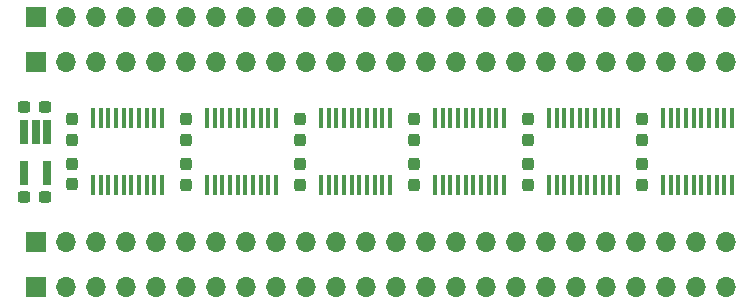
<source format=gbr>
%TF.GenerationSoftware,KiCad,Pcbnew,7.0.2*%
%TF.CreationDate,2023-07-04T13:12:25+09:00*%
%TF.ProjectId,TangNano9K5V,54616e67-4e61-46e6-9f39-4b35562e6b69,rev?*%
%TF.SameCoordinates,Original*%
%TF.FileFunction,Soldermask,Top*%
%TF.FilePolarity,Negative*%
%FSLAX46Y46*%
G04 Gerber Fmt 4.6, Leading zero omitted, Abs format (unit mm)*
G04 Created by KiCad (PCBNEW 7.0.2) date 2023-07-04 13:12:25*
%MOMM*%
%LPD*%
G01*
G04 APERTURE LIST*
G04 Aperture macros list*
%AMRoundRect*
0 Rectangle with rounded corners*
0 $1 Rounding radius*
0 $2 $3 $4 $5 $6 $7 $8 $9 X,Y pos of 4 corners*
0 Add a 4 corners polygon primitive as box body*
4,1,4,$2,$3,$4,$5,$6,$7,$8,$9,$2,$3,0*
0 Add four circle primitives for the rounded corners*
1,1,$1+$1,$2,$3*
1,1,$1+$1,$4,$5*
1,1,$1+$1,$6,$7*
1,1,$1+$1,$8,$9*
0 Add four rect primitives between the rounded corners*
20,1,$1+$1,$2,$3,$4,$5,0*
20,1,$1+$1,$4,$5,$6,$7,0*
20,1,$1+$1,$6,$7,$8,$9,0*
20,1,$1+$1,$8,$9,$2,$3,0*%
G04 Aperture macros list end*
%ADD10RoundRect,0.237500X0.237500X-0.300000X0.237500X0.300000X-0.237500X0.300000X-0.237500X-0.300000X0*%
%ADD11R,0.355600X1.676400*%
%ADD12R,1.700000X1.700000*%
%ADD13O,1.700000X1.700000*%
%ADD14RoundRect,0.237500X-0.237500X0.300000X-0.237500X-0.300000X0.237500X-0.300000X0.237500X0.300000X0*%
%ADD15RoundRect,0.237500X0.300000X0.237500X-0.300000X0.237500X-0.300000X-0.237500X0.300000X-0.237500X0*%
%ADD16R,0.650000X2.000000*%
G04 APERTURE END LIST*
D10*
%TO.C,C3*%
X5588000Y-16711000D03*
X5588000Y-14986000D03*
%TD*%
D11*
%TO.C,U6*%
X55596001Y-16764000D03*
X56246002Y-16764000D03*
X56896000Y-16764000D03*
X57546002Y-16764000D03*
X58196000Y-16764000D03*
X58845999Y-16764000D03*
X59496000Y-16764000D03*
X60145999Y-16764000D03*
X60796000Y-16764000D03*
X61445999Y-16764000D03*
X61446001Y-11125200D03*
X60796003Y-11125200D03*
X60146002Y-11125200D03*
X59496003Y-11125200D03*
X58846002Y-11125200D03*
X58196003Y-11125200D03*
X57546002Y-11125200D03*
X56896003Y-11125200D03*
X56246002Y-11125200D03*
X55596003Y-11125200D03*
%TD*%
D12*
%TO.C,J2*%
X2540000Y-2540000D03*
D13*
X5080000Y-2540000D03*
X7620000Y-2540000D03*
X10160000Y-2540000D03*
X12700000Y-2540000D03*
X15240000Y-2540000D03*
X17780000Y-2540000D03*
X20320000Y-2540000D03*
X22860000Y-2540000D03*
X25400000Y-2540000D03*
X27940000Y-2540000D03*
X30480000Y-2540000D03*
X33020000Y-2540000D03*
X35560000Y-2540000D03*
X38100000Y-2540000D03*
X40640000Y-2540000D03*
X43180000Y-2540000D03*
X45720000Y-2540000D03*
X48260000Y-2540000D03*
X50800000Y-2540000D03*
X53340000Y-2540000D03*
X55880000Y-2540000D03*
X58420000Y-2540000D03*
X60960000Y-2540000D03*
%TD*%
D14*
%TO.C,C14*%
X53848000Y-11229000D03*
X53848000Y-12954000D03*
%TD*%
D10*
%TO.C,C9*%
X34544000Y-16764000D03*
X34544000Y-15039000D03*
%TD*%
%TO.C,C11*%
X44196000Y-16764000D03*
X44196000Y-15039000D03*
%TD*%
%TO.C,C7*%
X24892000Y-16764000D03*
X24892000Y-15039000D03*
%TD*%
%TO.C,C5*%
X15240000Y-16764000D03*
X15240000Y-15039000D03*
%TD*%
D14*
%TO.C,C12*%
X44196000Y-11229000D03*
X44196000Y-12954000D03*
%TD*%
D15*
%TO.C,C1*%
X3249000Y-10160000D03*
X1524000Y-10160000D03*
%TD*%
D14*
%TO.C,C8*%
X24892000Y-11229000D03*
X24892000Y-12954000D03*
%TD*%
%TO.C,C10*%
X34544000Y-11229000D03*
X34544000Y-12954000D03*
%TD*%
D15*
%TO.C,C2*%
X3249000Y-17780000D03*
X1524000Y-17780000D03*
%TD*%
D14*
%TO.C,C6*%
X15240000Y-11229000D03*
X15240000Y-12954000D03*
%TD*%
D11*
%TO.C,U1*%
X7336001Y-16764000D03*
X7986002Y-16764000D03*
X8636000Y-16764000D03*
X9286002Y-16764000D03*
X9936000Y-16764000D03*
X10585999Y-16764000D03*
X11236000Y-16764000D03*
X11885999Y-16764000D03*
X12536000Y-16764000D03*
X13185999Y-16764000D03*
X13186001Y-11125200D03*
X12536003Y-11125200D03*
X11886002Y-11125200D03*
X11236003Y-11125200D03*
X10586002Y-11125200D03*
X9936003Y-11125200D03*
X9286002Y-11125200D03*
X8636003Y-11125200D03*
X7986002Y-11125200D03*
X7336003Y-11125200D03*
%TD*%
%TO.C,U4*%
X36292001Y-16764000D03*
X36942002Y-16764000D03*
X37592000Y-16764000D03*
X38242002Y-16764000D03*
X38892000Y-16764000D03*
X39541999Y-16764000D03*
X40192000Y-16764000D03*
X40841999Y-16764000D03*
X41492000Y-16764000D03*
X42141999Y-16764000D03*
X42142001Y-11125200D03*
X41492003Y-11125200D03*
X40842002Y-11125200D03*
X40192003Y-11125200D03*
X39542002Y-11125200D03*
X38892003Y-11125200D03*
X38242002Y-11125200D03*
X37592003Y-11125200D03*
X36942002Y-11125200D03*
X36292003Y-11125200D03*
%TD*%
%TO.C,U5*%
X45944001Y-16764000D03*
X46594002Y-16764000D03*
X47244000Y-16764000D03*
X47894002Y-16764000D03*
X48544000Y-16764000D03*
X49193999Y-16764000D03*
X49844000Y-16764000D03*
X50493999Y-16764000D03*
X51144000Y-16764000D03*
X51793999Y-16764000D03*
X51794001Y-11125200D03*
X51144003Y-11125200D03*
X50494002Y-11125200D03*
X49844003Y-11125200D03*
X49194002Y-11125200D03*
X48544003Y-11125200D03*
X47894002Y-11125200D03*
X47244003Y-11125200D03*
X46594002Y-11125200D03*
X45944003Y-11125200D03*
%TD*%
D14*
%TO.C,C4*%
X5588000Y-11229000D03*
X5588000Y-12954000D03*
%TD*%
D16*
%TO.C,PS1*%
X3424000Y-12328000D03*
X2474000Y-12328000D03*
X1524000Y-12328000D03*
X1524000Y-15748000D03*
X3424000Y-15748000D03*
%TD*%
D11*
%TO.C,U2*%
X16988001Y-16764000D03*
X17638002Y-16764000D03*
X18288000Y-16764000D03*
X18938002Y-16764000D03*
X19588000Y-16764000D03*
X20237999Y-16764000D03*
X20888000Y-16764000D03*
X21537999Y-16764000D03*
X22188000Y-16764000D03*
X22837999Y-16764000D03*
X22838001Y-11125200D03*
X22188003Y-11125200D03*
X21538002Y-11125200D03*
X20888003Y-11125200D03*
X20238002Y-11125200D03*
X19588003Y-11125200D03*
X18938002Y-11125200D03*
X18288003Y-11125200D03*
X17638002Y-11125200D03*
X16988003Y-11125200D03*
%TD*%
%TO.C,U3*%
X26640001Y-16764000D03*
X27290002Y-16764000D03*
X27940000Y-16764000D03*
X28590002Y-16764000D03*
X29240000Y-16764000D03*
X29889999Y-16764000D03*
X30540000Y-16764000D03*
X31189999Y-16764000D03*
X31840000Y-16764000D03*
X32489999Y-16764000D03*
X32490001Y-11125200D03*
X31840003Y-11125200D03*
X31190002Y-11125200D03*
X30540003Y-11125200D03*
X29890002Y-11125200D03*
X29240003Y-11125200D03*
X28590002Y-11125200D03*
X27940003Y-11125200D03*
X27290002Y-11125200D03*
X26640003Y-11125200D03*
%TD*%
D10*
%TO.C,C13*%
X53848000Y-16764000D03*
X53848000Y-15039000D03*
%TD*%
D12*
%TO.C,J1*%
X2540000Y-25400000D03*
D13*
X5080000Y-25400000D03*
X7620000Y-25400000D03*
X10160000Y-25400000D03*
X12700000Y-25400000D03*
X15240000Y-25400000D03*
X17780000Y-25400000D03*
X20320000Y-25400000D03*
X22860000Y-25400000D03*
X25400000Y-25400000D03*
X27940000Y-25400000D03*
X30480000Y-25400000D03*
X33020000Y-25400000D03*
X35560000Y-25400000D03*
X38100000Y-25400000D03*
X40640000Y-25400000D03*
X43180000Y-25400000D03*
X45720000Y-25400000D03*
X48260000Y-25400000D03*
X50800000Y-25400000D03*
X53340000Y-25400000D03*
X55880000Y-25400000D03*
X58420000Y-25400000D03*
X60960000Y-25400000D03*
%TD*%
D12*
%TO.C,J4*%
X2540000Y-6350000D03*
D13*
X5080000Y-6350000D03*
X7620000Y-6350000D03*
X10160000Y-6350000D03*
X12700000Y-6350000D03*
X15240000Y-6350000D03*
X17780000Y-6350000D03*
X20320000Y-6350000D03*
X22860000Y-6350000D03*
X25400000Y-6350000D03*
X27940000Y-6350000D03*
X30480000Y-6350000D03*
X33020000Y-6350000D03*
X35560000Y-6350000D03*
X38100000Y-6350000D03*
X40640000Y-6350000D03*
X43180000Y-6350000D03*
X45720000Y-6350000D03*
X48260000Y-6350000D03*
X50800000Y-6350000D03*
X53340000Y-6350000D03*
X55880000Y-6350000D03*
X58420000Y-6350000D03*
X60960000Y-6350000D03*
%TD*%
D12*
%TO.C,J3*%
X2540000Y-21590000D03*
D13*
X5080000Y-21590000D03*
X7620000Y-21590000D03*
X10160000Y-21590000D03*
X12700000Y-21590000D03*
X15240000Y-21590000D03*
X17780000Y-21590000D03*
X20320000Y-21590000D03*
X22860000Y-21590000D03*
X25400000Y-21590000D03*
X27940000Y-21590000D03*
X30480000Y-21590000D03*
X33020000Y-21590000D03*
X35560000Y-21590000D03*
X38100000Y-21590000D03*
X40640000Y-21590000D03*
X43180000Y-21590000D03*
X45720000Y-21590000D03*
X48260000Y-21590000D03*
X50800000Y-21590000D03*
X53340000Y-21590000D03*
X55880000Y-21590000D03*
X58420000Y-21590000D03*
X60960000Y-21590000D03*
%TD*%
M02*

</source>
